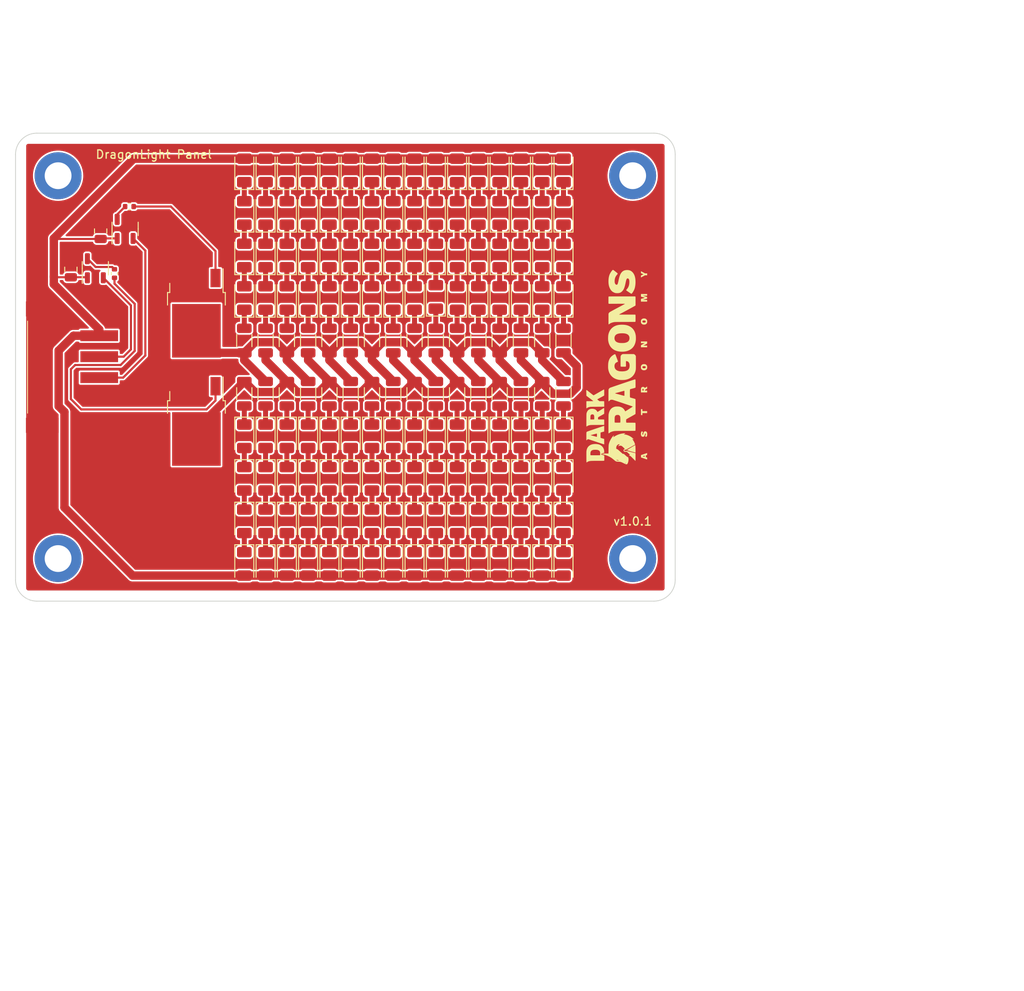
<source format=kicad_pcb>
(kicad_pcb (version 20211014) (generator pcbnew)
  (layers (0 "F.Cu" signal) (31 "B.Cu" signal) (34 "B.Paste" user) (35 "F.Paste" user) (36 "B.SilkS" user "B.Silkscreen") (37 "F.SilkS" user "F.Silkscreen") (38 "B.Mask" user) (39 "F.Mask" user) (44 "Edge.Cuts" user))
  (net 0 "")
  (net 1 "+12V")
  (net 2 "GND")
  (net 3 "Net-(D1-Pad1)")
  (net 4 "Net-(D2-Pad1)")
  (net 5 "Net-(D3-Pad1)")
  (net 6 "Net-(D4-Pad1)")
  (net 7 "Net-(D5-Pad1)")
  (net 8 "Net-(D6-Pad1)")
  (net 9 "Net-(D7-Pad1)")
  (net 10 "Net-(D8-Pad1)")
  (net 11 "Net-(D10-Pad2)")
  (net 12 "Net-(D10-Pad1)")
  (net 13 "Net-(D11-Pad1)")
  (net 14 "Net-(D12-Pad1)")
  (net 15 "Net-(D13-Pad1)")
  (net 16 "Net-(D14-Pad1)")
  (net 17 "Net-(D15-Pad1)")
  (net 18 "Net-(D16-Pad1)")
  (net 19 "Net-(D17-Pad1)")
  (net 20 "Net-(D18-Pad1)")
  (net 21 "Net-(D19-Pad1)")
  (net 22 "Net-(D20-Pad1)")
  (net 23 "Net-(D21-Pad1)")
  (net 24 "Net-(D22-Pad1)")
  (net 25 "Net-(D23-Pad1)")
  (net 26 "Net-(D24-Pad1)")
  (net 27 "Net-(D25-Pad1)")
  (net 28 "Net-(D26-Pad1)")
  (net 29 "Net-(D27-Pad1)")
  (net 30 "Net-(D28-Pad1)")
  (net 31 "Net-(D29-Pad1)")
  (net 32 "Net-(D30-Pad1)")
  (net 33 "Net-(D31-Pad1)")
  (net 34 "Net-(D32-Pad1)")
  (net 35 "Net-(D33-Pad1)")
  (net 36 "Net-(D34-Pad1)")
  (net 37 "Net-(D35-Pad1)")
  (net 38 "Net-(D36-Pad1)")
  (net 39 "Net-(D37-Pad1)")
  (net 40 "Net-(D38-Pad1)")
  (net 41 "Net-(D39-Pad1)")
  (net 42 "Net-(D40-Pad1)")
  (net 43 "Net-(D41-Pad1)")
  (net 44 "Net-(D42-Pad1)")
  (net 45 "Net-(D43-Pad1)")
  (net 46 "Net-(D44-Pad1)")
  (net 47 "Net-(D45-Pad1)")
  (net 48 "Net-(D46-Pad1)")
  (net 49 "Net-(D47-Pad1)")
  (net 50 "Net-(D48-Pad1)")
  (net 51 "Net-(D49-Pad1)")
  (net 52 "Net-(D50-Pad1)")
  (net 53 "Net-(D51-Pad1)")
  (net 54 "Net-(D52-Pad1)")
  (net 55 "Net-(D53-Pad1)")
  (net 56 "Net-(D54-Pad1)")
  (net 57 "Net-(D55-Pad1)")
  (net 58 "Net-(D56-Pad1)")
  (net 59 "Net-(D57-Pad1)")
  (net 60 "Net-(D58-Pad1)")
  (net 61 "Net-(D59-Pad1)")
  (net 62 "Net-(D60-Pad1)")
  (net 63 "Net-(D61-Pad1)")
  (net 64 "Net-(D62-Pad1)")
  (net 65 "Net-(D63-Pad1)")
  (net 66 "Net-(D64-Pad1)")
  (net 67 "BANK_1")
  (net 68 "BANK_2")
  (net 69 "Net-(Q1-Pad1)")
  (net 70 "BANK_1_GND")
  (net 71 "Net-(Q2-Pad1)")
  (net 72 "BANK_2_GND")
  (net 73 "Net-(R17-Pad1)")
  (net 74 "Net-(R18-Pad1)")
  (net 75 "Net-(D65-Pad1)")
  (net 76 "Net-(D66-Pad1)")
  (net 77 "Net-(D67-Pad1)")
  (net 78 "Net-(D68-Pad1)")
  (net 79 "Net-(D69-Pad1)")
  (net 80 "Net-(D70-Pad1)")
  (net 81 "Net-(D71-Pad1)")
  (net 82 "Net-(D72-Pad1)")
  (net 83 "Net-(D73-Pad1)")
  (net 84 "Net-(D74-Pad1)")
  (net 85 "Net-(D75-Pad1)")
  (net 86 "Net-(D76-Pad1)")
  (net 87 "Net-(D77-Pad1)")
  (net 88 "Net-(D78-Pad1)")
  (net 89 "Net-(D79-Pad1)")
  (net 90 "Net-(D80-Pad1)")
  (net 91 "Net-(D81-Pad1)")
  (net 92 "Net-(D82-Pad1)")
  (net 93 "Net-(D83-Pad1)")
  (net 94 "Net-(D84-Pad1)")
  (net 95 "Net-(D85-Pad1)")
  (net 96 "Net-(D86-Pad1)")
  (net 97 "Net-(D87-Pad1)")
  (net 98 "Net-(D88-Pad1)")
  (net 99 "Net-(D89-Pad1)")
  (net 100 "Net-(D90-Pad1)")
  (net 101 "Net-(D91-Pad1)")
  (net 102 "Net-(D92-Pad1)")
  (net 103 "Net-(D93-Pad1)")
  (net 104 "Net-(D94-Pad1)")
  (net 105 "Net-(D95-Pad1)")
  (net 106 "Net-(D96-Pad1)")
  (net 107 "Net-(D97-Pad1)")
  (net 108 "Net-(D98-Pad1)")
  (net 109 "Net-(D100-Pad2)")
  (net 110 "Net-(D100-Pad1)")
  (net 111 "Net-(D101-Pad1)")
  (net 112 "Net-(D102-Pad1)")
  (net 113 "Net-(D103-Pad1)")
  (net 114 "Net-(D104-Pad1)")
  (net 115 "Net-(D105-Pad1)")
  (net 116 "Net-(D106-Pad1)")
  (net 117 "Net-(D107-Pad1)")
  (net 118 "Net-(D108-Pad1)")
  (net 119 "Net-(D109-Pad1)")
  (net 120 "Net-(D110-Pad1)")
  (net 121 "Net-(D111-Pad1)")
  (net 122 "Net-(D112-Pad1)")
  (net 123 "Net-(D113-Pad1)")
  (net 124 "Net-(D114-Pad1)")
  (net 125 "Net-(D115-Pad1)")
  (net 126 "Net-(D116-Pad1)")
  (net 127 "Net-(D117-Pad1)")
  (net 128 "Net-(D118-Pad1)")
  (net 129 "Net-(D119-Pad1)")
  (net 130 "Net-(D120-Pad1)")
  (net 131 "Net-(D121-Pad1)")
  (net 132 "Net-(D122-Pad1)")
  (net 133 "Net-(D123-Pad1)")
  (net 134 "Net-(D124-Pad1)")
  (net 135 "Net-(D125-Pad1)")
  (net 136 "Net-(D126-Pad1)")
  (net 137 "Net-(D127-Pad1)")
  (net 138 "Net-(D128-Pad1)")
  (footprint "LED_SMD:LED_1206_3216Metric" (layer "F.Cu") (at 85.725 89.535 -90)
    (fp_text reference "D1" hide)
    (fp_text value "158301227")
  )
  (footprint "Resistor_SMD:R_1206_3216Metric" (layer "F.Cu") (at 106.045 62.865 -90)
    (fp_text reference "R33" hide)
    (fp_text value "100Ω")
  )
  (footprint "Resistor_SMD:R_1206_3216Metric" (layer "F.Cu") (at 90.805 69.215 90)
    (fp_text reference "R10" hide)
    (fp_text value "100Ω")
  )
  (footprint "LED_SMD:LED_1206_3216Metric" (layer "F.Cu") (at 78.105 52.705 90)
    (fp_text reference "D23" hide)
    (fp_text value "158301227")
  )
  (footprint "LED_SMD:LED_1206_3216Metric" (layer "F.Cu") (at 98.425 42.545 90)
    (fp_text reference "D85" hide)
    (fp_text value "158301227")
  )
  (footprint "Resistor_SMD:R_1206_3216Metric" (layer "F.Cu") (at 116.205 62.865 -90)
    (fp_text reference "R25" hide)
    (fp_text value "100Ω")
  )
  (footprint "Resistor_SMD:R_1206_3216Metric" (layer "F.Cu") (at 85.725 62.865 -90)
    (fp_text reference "R4" hide)
    (fp_text value "100Ω")
  )
  (footprint "LED_SMD:LED_1206_3216Metric" (layer "F.Cu") (at 85.725 57.785 90)
    (fp_text reference "D16" hide)
    (fp_text value "158301227")
  )
  (footprint "Resistor_SMD:R_1206_3216Metric" (layer "F.Cu") (at 80.645 69.215 90)
    (fp_text reference "R14" hide)
    (fp_text value "100Ω")
  )
  (footprint "Resistor_SMD:R_1206_3216Metric" (layer "F.Cu") (at 103.505 62.865 -90)
    (fp_text reference "R28" hide)
    (fp_text value "100Ω")
  )
  (footprint "LED_SMD:LED_1206_3216Metric" (layer "F.Cu") (at 106.045 57.785 90)
    (fp_text reference "D124" hide)
    (fp_text value "158301227")
  )
  (footprint "LED_SMD:LED_1206_3216Metric" (layer "F.Cu") (at 116.205 52.705 90)
    (fp_text reference "D91" hide)
    (fp_text value "158301227")
  )
  (footprint "LED_SMD:LED_1206_3216Metric" (layer "F.Cu") (at 111.125 79.375 -90)
    (fp_text reference "D71" hide)
    (fp_text value "158301227")
  )
  (footprint "LED_SMD:LED_1206_3216Metric" (layer "F.Cu") (at 98.425 84.455 -90)
    (fp_text reference "D78" hide)
    (fp_text value "158301227")
  )
  (footprint "LED_SMD:LED_1206_3216Metric" (layer "F.Cu") (at 95.885 52.705 90)
    (fp_text reference "D11" hide)
    (fp_text value "158301227")
  )
  (footprint "LED_SMD:LED_1206_3216Metric" (layer "F.Cu") (at 93.345 79.375 -90)
    (fp_text reference "D47" hide)
    (fp_text value "158301227")
  )
  (footprint "LED_SMD:LED_1206_3216Metric" (layer "F.Cu") (at 98.425 52.705 90)
    (fp_text reference "D87" hide)
    (fp_text value "158301227")
  )
  (footprint "LED_SMD:LED_1206_3216Metric" (layer "F.Cu") (at 108.585 47.625 90)
    (fp_text reference "D114" hide)
    (fp_text value "158301227")
  )
  (footprint "LED_SMD:LED_1206_3216Metric" (layer "F.Cu") (at 88.265 89.535 -90)
    (fp_text reference "D57" hide)
    (fp_text value "158301227")
  )
  (footprint "LED_SMD:LED_1206_3216Metric" (layer "F.Cu") (at 103.505 47.625 90)
    (fp_text reference "D102" hide)
    (fp_text value "158301227")
  )
  (footprint "LED_SMD:LED_1206_3216Metric" (layer "F.Cu") (at 83.185 74.295 -90)
    (fp_text reference "D44" hide)
    (fp_text value "158301227")
  )
  (footprint "Package_TO_SOT_SMD:SOT-23-5" (layer "F.Cu") (at 60.325 54.229 90)
    (fp_text reference "U2" hide)
    (fp_text value "UCC27517")
  )
  (footprint "Resistor_SMD:R_1206_3216Metric" (layer "F.Cu") (at 108.585 62.865 -90)
    (fp_text reference "R31" hide)
    (fp_text value "100Ω")
  )
  (footprint "LED_SMD:LED_1206_3216Metric" (layer "F.Cu") (at 95.885 74.295 -90)
    (fp_text reference "D52" hide)
    (fp_text value "158301227")
  )
  (footprint "Resistor_SMD:R_1206_3216Metric" (layer "F.Cu") (at 88.265 69.215 90)
    (fp_text reference "R15" hide)
    (fp_text value "100Ω")
  )
  (footprint "LED_SMD:LED_1206_3216Metric" (layer "F.Cu") (at 95.885 89.535 -90)
    (fp_text reference "D49" hide)
    (fp_text value "158301227")
  )
  (footprint "LED_SMD:LED_1206_3216Metric" (layer "F.Cu") (at 85.725 52.705 90)
    (fp_text reference "D15" hide)
    (fp_text value "158301227")
  )
  (footprint "LED_SMD:LED_1206_3216Metric" (layer "F.Cu") (at 116.205 74.295 -90)
    (fp_text reference "D68" hide)
    (fp_text value "158301227")
  )
  (footprint "LED_SMD:LED_1206_3216Metric" (layer "F.Cu") (at 83.185 42.545 90)
    (fp_text reference "D17" hide)
    (fp_text value "158301227")
  )
  (footprint "Package_TO_SOT_SMD:TO-252-2" (layer "F.Cu") (at 72.389 59.598 -90)
    (fp_text reference "Q1" hide)
    (fp_text value "AOD508")
  )
  (footprint "LED_SMD:LED_1206_3216Metric" (layer "F.Cu") (at 93.345 47.625 90)
    (fp_text reference "D34" hide)
    (fp_text value "158301227")
  )
  (footprint "Resistor_SMD:R_0402_1005Metric" (layer "F.Cu") (at 62.611 54.864 -90)
    (fp_text reference "R18" hide)
    (fp_text value "100Ω")
  )
  (footprint "Resistor_SMD:R_1206_3216Metric" (layer "F.Cu") (at 83.185 69.215 90)
    (fp_text reference "R11" hide)
    (fp_text value "100Ω")
  )
  (footprint "Resistor_SMD:R_1206_3216Metric" (layer "F.Cu") (at 83.185 62.865 -90)
    (fp_text reference "R5" hide)
    (fp_text value "100Ω")
  )
  (footprint "LED_SMD:LED_1206_3216Metric" (layer "F.Cu") (at 111.125 52.705 90)
    (fp_text reference "D95" hide)
    (fp_text value "158301227")
  )
  (footprint "LED_SMD:LED_1206_3216Metric" (layer "F.Cu") (at 83.185 52.705 90)
    (fp_text reference "D19" hide)
    (fp_text value "158301227")
  )
  (footprint "LED_SMD:LED_1206_3216Metric" (layer "F.Cu") (at 106.045 47.625 90)
    (fp_text reference "D122" hide)
    (fp_text value "158301227")
  )
  (footprint "LED_SMD:LED_1206_3216Metric" (layer "F.Cu") (at 78.105 84.455 -90)
    (fp_text reference "D26" hide)
    (fp_text value "158301227")
  )
  (footprint "LED_SMD:LED_1206_3216Metric" (layer "F.Cu") (at 106.045 74.295 -90)
    (fp_text reference "D100" hide)
    (fp_text value "158301227")
  )
  (footprint "LED_SMD:LED_1206_3216Metric" (layer "F.Cu") (at 113.665 42.545 90)
    (fp_text reference "D117" hide)
    (fp_text value "158301227")
  )
  (footprint "LED_SMD:LED_1206_3216Metric" (layer "F.Cu") (at 88.265 47.625 90)
    (fp_text reference "D6" hide)
    (fp_text value "158301227")
  )
  (footprint "Capacitor_SMD:C_0805_2012Metric" (layer "F.Cu") (at 57.404 54.356 90)
    (fp_text reference "C2" hide)
    (fp_text value "22uF")
  )
  (footprint "LED_SMD:LED_1206_3216Metric" (layer "F.Cu") (at 83.185 89.535 -90)
    (fp_text reference "D41" hide)
    (fp_text value "158301227")
  )
  (footprint "LED_SMD:LED_1206_3216Metric" (layer "F.Cu") (at 78.105 47.625 90)
    (fp_text reference "D22" hide)
    (fp_text value "158301227")
  )
  (footprint "LED_SMD:LED_1206_3216Metric" (layer "F.Cu") (at 93.345 89.535 -90)
    (fp_text reference "D45" hide)
    (fp_text value "158301227")
  )
  (footprint "LED_SMD:LED_1206_3216Metric" (layer "F.Cu") (at 80.645 52.705 90)
    (fp_text reference "D63" hide)
    (fp_text value "158301227")
  )
  (footprint "LED_SMD:LED_1206_3216Metric" (layer "F.Cu") (at 111.125 89.535 -90)
    (fp_text reference "D69" hide)
    (fp_text value "158301227")
  )
  (footprint "LED_SMD:LED_1206_3216Metric" (layer "F.Cu") (at 85.725 79.375 -90)
    (fp_text reference "D3" hide)
    (fp_text value "158301227")
  )
  (footprint "LED_SMD:LED_1206_3216Metric" (layer "F.Cu") (at 116.205 84.455 -90)
    (fp_text reference "D66" hide)
    (fp_text value "158301227")
  )
  (footprint "Resistor_SMD:R_1206_3216Metric" (layer "F.Cu") (at 95.885 62.865 -90)
    (fp_text reference "R3" hide)
    (fp_text value "100Ω")
  )
  (footprint "LED_SMD:LED_1206_3216Metric" (layer "F.Cu") (at 78.105 42.545 90)
    (fp_text reference "D21" hide)
    (fp_text value "158301227")
  )
  (footprint "LED_SMD:LED_1206_3216Metric" (layer "F.Cu") (at 113.665 74.295 -90)
    (fp_text reference "D76" hide)
    (fp_text value "158301227")
  )
  (footprint "Resistor_SMD:R_1206_3216Metric" (layer "F.Cu") (at 111.125 62.865 -90)
    (fp_text reference "R26" hide)
    (fp_text value "100Ω")
  )
  (footprint "LED_SMD:LED_1206_3216Metric" (layer "F.Cu") (at 80.645 57.785 90)
    (fp_text reference "D64" hide)
    (fp_text value "158301227")
  )
  (footprint "Resistor_SMD:R_1206_3216Metric" (layer "F.Cu") (at 108.585 69.215 90)
    (fp_text reference "R29" hide)
    (fp_text value "100Ω")
  )
  (footprint "LED_SMD:LED_1206_3216Metric" (layer "F.Cu") (at 90.805 57.785 90)
    (fp_text reference "D32" hide)
    (fp_text value "158301227")
  )
  (footprint "LED_SMD:LED_1206_3216Metric" (layer "F.Cu") (at 80.645 74.295 -90)
    (fp_text reference "D56" hide)
    (fp_text value "158301227")
  )
  (footprint "LED_SMD:LED_1206_3216Metric" (layer "F.Cu") (at 100.965 57.655 90)
    (fp_text reference "D128" hide)
    (fp_text value "158301227")
  )
  (footprint "LED_SMD:LED_1206_3216Metric" (layer "F.Cu") (at 95.885 84.455 -90)
    (fp_text reference "D50" hide)
    (fp_text value "158301227")
  )
  (footprint "LED_SMD:LED_1206_3216Metric" (layer "F.Cu") (at 116.205 79.375 -90)
    (fp_text reference "D67" hide)
    (fp_text value "158301227")
  )
  (footprint "LED_SMD:LED_1206_3216Metric" (layer "F.Cu") (at 80.645 42.545 90)
    (fp_text reference "D61" hide)
    (fp_text value "158301227")
  )
  (footprint "Resistor_SMD:R_1206_3216Metric" (layer "F.Cu") (at 80.645 62.865 -90)
    (fp_text reference "R16" hide)
    (fp_text value "100Ω")
  )
  (footprint "LED_SMD:LED_1206_3216Metric" (layer "F.Cu") (at 78.105 74.295 -90)
    (fp_text reference "D28" hide)
    (fp_text value "158301227")
  )
  (footprint "LED_SMD:LED_1206_3216Metric" (layer "F.Cu") (at 93.345 52.705 90)
    (fp_text reference "D35" hide)
    (fp_text value "158301227")
  )
  (footprint "LED_SMD:LED_1206_3216Metric" (layer "F.Cu") (at 85.725 84.455 -90)
    (fp_text reference "D2" hide)
    (fp_text value "158301227")
  )
  (footprint "LED_SMD:LED_1206_3216Metric" (layer "F.Cu") (at 103.505 74.295 -90)
    (fp_text reference "D112" hide)
    (fp_text value "158301227")
  )
  (footprint "Resistor_SMD:R_0402_1005Metric" (layer "F.Cu") (at 64.389 46.863)
    (fp_text reference "R17" hide)
    (fp_text value "100Ω")
  )
  (footprint "LED_SMD:LED_1206_3216Metric" (layer "F.Cu") (at 95.885 42.545 90)
    (fp_text reference "D9" hide)
    (fp_text value "158301227")
  )
  (footprint "LED_SMD:LED_1206_3216Metric" (layer "F.Cu") (at 116.205 42.545 90)
    (fp_text reference "D89" hide)
    (fp_text value "158301227")
  )
  (footprint "LED_SMD:LED_1206_3216Metric" (layer "F.Cu") (at 108.585 52.705 90)
    (fp_text reference "D115" hide)
    (fp_text value "158301227")
  )
  (footprint "Package_TO_SOT_SMD:TO-252-2" (layer "F.Cu") (at 72.39 72.517 -90)
    (fp_text reference "Q2" hide)
    (fp_text value "AOD508")
  )
  (footprint "LED_SMD:LED_1206_3216Metric" (layer "F.Cu") (at 93.345 42.545 90)
    (fp_text reference "D33" hide)
    (fp_text value "158301227")
  )
  (footprint "LED_SMD:LED_1206_3216Metric" (layer "F.Cu") (at 85.725 47.625 90)
    (fp_text reference "D14" hide)
    (fp_text value "158301227")
  )
  (footprint "Resistor_SMD:R_1206_3216Metric" (layer "F.Cu") (at 90.805 62.865 -90)
    (fp_text reference "R8" hide)
    (fp_text value "100Ω")
  )
  (footprint "LED_SMD:LED_1206_3216Metric" (layer "F.Cu") (at 116.205 47.625 90)
    (fp_text reference "D90" hide)
    (fp_text value "158301227")
  )
  (footprint "Resistor_SMD:R_1206_3216Metric" (layer "F.Cu") (at 116.205 69.215 90)
    (fp_text reference "R19" hide)
    (fp_text value "100Ω")
  )
  (footprint "LED_SMD:LED_1206_3216Metric" (layer "F.Cu") (at 93.345 84.455 -90)
    (fp_text reference "D46" hide)
    (fp_text value "158301227")
  )
  (footprint "Resistor_SMD:R_1206_3216Metric" (layer "F.Cu") (at 78.105 69.215 90)
    (fp_text reference "R7" hide)
    (fp_text value "100Ω")
  )
  (footprint "LED_SMD:LED_1206_3216Metric" (layer "F.Cu") (at 88.265 52.705 90)
    (fp_text reference "D7" hide)
    (fp_text value "158301227")
  )
  (footprint "LED_SMD:LED_1206_3216Metric" (layer "F.Cu") (at 106.045 89.535 -90)
    (fp_text reference "D97" hide)
    (fp_text value "158301227")
  )
  (footprint "LED_SMD:LED_1206_3216Metric" (layer "F.Cu") (at 100.965 79.375 -90)
    (fp_text reference "D83" hide)
    (fp_text value "158301227")
  )
  (footprint "LED_SMD:LED_1206_3216Metric" (layer "F.Cu") (at 116.205 89.535 -90)
    (fp_text reference "D65" hide)
    (fp_text value "158301227")
  )
  (footprint "LED_SMD:LED_1206_3216Metric" (layer "F.Cu") (at 98.425 89.535 -90)
    (fp_text reference "D77" hide)
    (fp_text value "158301227")
  )
  (footprint "01-rickbassham:MountingHole_3.2mm_M3_DIN965_Pad" (layer "F.Cu") (at 55.88 43.18)
    (fp_text reference "H3")
    (fp_text value "MountingHole_Pad")
  )
  (footprint "LED_SMD:LED_1206_3216Metric" (layer "F.Cu") (at 98.425 47.625 90)
    (fp_text reference "D86" hide)
    (fp_text value "158301227")
  )
  (footprint "LED_SMD:LED_1206_3216Metric" (layer "F.Cu") (at 98.425 79.375 -90)
    (fp_text reference "D79" hide)
    (fp_text value "158301227")
  )
  (footprint "LED_SMD:LED_1206_3216Metric" (layer "F.Cu") (at 90.805 42.545 90)
    (fp_text reference "D29" hide)
    (fp_text value "158301227")
  )
  (footprint "LED_SMD:LED_1206_3216Metric" (layer "F.Cu") (at 103.505 52.705 90)
    (fp_text reference "D103" hide)
    (fp_text value "158301227")
  )
  (footprint "LED_SMD:LED_1206_3216Metric" (layer "F.Cu") (at 100.965 74.295 -90)
    (fp_text reference "D84" hide)
    (fp_text value "158301227")
  )
  (footprint "LED_SMD:LED_1206_3216Metric" (layer "F.Cu") (at 106.045 84.455 -90)
    (fp_text reference "D98" hide)
    (fp_text value "158301227")
  )
  (footprint "LED_SMD:LED_1206_3216Metric" (layer "F.Cu") (at 93.345 57.785 90)
    (fp_text reference "D36" hide)
    (fp_text value "158301227")
  )
  (footprint "Resistor_SMD:R_1206_3216Metric" (layer "F.Cu") (at 103.505 69.215 90)
    (fp_text reference "R30" hide)
    (fp_text value "100Ω")
  )
  (footprint "LED_SMD:LED_1206_3216Metric" (layer "F.Cu") (at 83.185 84.455 -90)
    (fp_text reference "D42" hide)
    (fp_text value "158301227")
  )
  (footprint "LED_SMD:LED_1206_3216Metric" (layer "F.Cu") (at 108.585 57.785 90)
    (fp_text reference "D116" hide)
    (fp_text value "158301227")
  )
  (footprint "LED_SMD:LED_1206_3216Metric" (layer "F.Cu") (at 83.185 79.375 -90)
    (fp_text reference "D43" hide)
    (fp_text value "158301227")
  )
  (footprint "LED_SMD:LED_1206_3216Metric" (layer "F.Cu") (at 108.585 74.295 -90)
    (fp_text reference "D108" hide)
    (fp_text value "158301227")
  )
  (footprint "LED_SMD:LED_1206_3216Metric" (layer "F.Cu") (at 98.425 74.295 -90)
    (fp_text reference "D80" hide)
    (fp_text value "158301227")
  )
  (footprint "LED_SMD:LED_1206_3216Metric" (layer "F.Cu") (at 78.105 57.785 90)
    (fp_text reference "D24" hide)
    (fp_text value "158301227")
  )
  (footprint "LED_SMD:LED_1206_3216Metric" (layer "F.Cu") (at 113.665 57.785 90)
    (fp_text reference "D120" hide)
    (fp_text value "158301227")
  )
  (footprint "LED_SMD:LED_1206_3216Metric" (layer "F.Cu") (at 111.125 42.545 90)
    (fp_text reference "D93" hide)
    (fp_text value "158301227")
  )
  (footprint "LED_SMD:LED_1206_3216Metric" (layer "F.Cu") (at 113.665 89.535 -90)
    (fp_text reference "D73" hide)
    (fp_text value "158301227")
  )
  (footprint "LED_SMD:LED_1206_3216Metric" (layer "F.Cu") (at 100.965 89.535 -90)
    (fp_text reference "D81" hide)
    (fp_text value "158301227")
  )
  (footprint "LED_SMD:LED_1206_3216Metric" (layer "F.Cu") (at 100.965 52.705 90)
    (fp_text reference "D127" hide)
    (fp_text value "158301227")
  )
  (footprint "LED_SMD:LED_1206_3216Metric" (layer "F.Cu") (at 106.045 42.545 90)
    (fp_text reference "D121" hide)
    (fp_text value "158301227")
  )
  (footprint "01-rickbassham:MountingHole_3.2mm_M3_DIN965_Pad" (layer "F.Cu") (at 55.88 88.9)
    (fp_text reference "H2")
    (fp_text value "MountingHole_Pad")
  )
  (footprint "LED_SMD:LED_1206_3216Metric" (layer "F.Cu") (at 80.645 79.375 -90)
    (fp_text reference "D55" hide)
    (fp_text value "158301227")
  )
  (footprint "LED_SMD:LED_1206_3216Metric" (layer "F.Cu") (at 111.125 74.295 -90)
    (fp_text reference "D72" hide)
    (fp_text value "158301227")
  )
  (footprint "LED_SMD:LED_1206_3216Metric" (layer "F.Cu") (at 100.965 47.625 90)
    (fp_text reference "D126" hide)
    (fp_text value "158301227")
  )
  (footprint "LED_SMD:LED_1206_3216Metric" (layer "F.Cu") (at 111.125 47.625 90)
    (fp_text reference "D94" hide)
    (fp_text value "158301227")
  )
  (footprint "LED_SMD:LED_1206_3216Metric" (layer "F.Cu") (at 103.505 89.535 -90)
    (fp_text reference "D109" hide)
    (fp_text value "158301227")
  )
  (footprint "Package_TO_SOT_SMD:SOT-23-5" (layer "F.Cu") (at 63.881 49.53 90)
    (fp_text reference "U1" hide)
    (fp_text value "UCC27517")
  )
  (footprint "LED_SMD:LED_1206_3216Metric" (layer "F.Cu") (at 90.805 89.535 -90)
    (fp_text reference "D37" hide)
    (fp_text value "158301227")
  )
  (footprint "Resistor_SMD:R_1206_3216Metric" (layer "F.Cu") (at 113.665 69.215 90)
    (fp_text reference "R21" hide)
    (fp_text value "100Ω")
  )
  (footprint "LED_SMD:LED_1206_3216Metric" (layer "F.Cu") (at 113.665 47.625 90)
    (fp_text reference "D118" hide)
    (fp_text value "158301227")
  )
  (footprint "LED_SMD:LED_1206_3216Metric" (layer "F.Cu") (at 88.265 84.455 -90)
    (fp_text reference "D58" hide)
    (fp_text value "158301227")
  )
  (footprint "LED_SMD:LED_1206_3216Metric" (layer "F.Cu") (at 95.885 57.785 90)
    (fp_text reference "D12" hide)
    (fp_text value "158301227")
  )
  (footprint "Resistor_SMD:R_1206_3216Metric" (layer "F.Cu") (at 100.965 62.865 -90)
    (fp_text reference "R34" hide)
    (fp_text value "100Ω")
  )
  (footprint "LED_SMD:LED_1206_3216Metric" (layer "F.Cu") (at 100.965 42.545 90)
    (fp_text reference "D125" hide)
    (fp_text value "158301227")
  )
  (footprint "LED_SMD:LED_1206_3216Metric" (layer "F.Cu") (at 90.805 47.625 90)
    (fp_text reference "D30" hide)
    (fp_text value "158301227")
  )
  (footprint "01-rickbassham:MountingHole_3.2mm_M3_DIN965_Pad" (layer "F.Cu") (at 124.46 43.18)
    (fp_text reference "H1")
    (fp_text value "MountingHole_Pad")
  )
  (footprint "01-rickbassham:text_logo" (layer "F.Cu") (at 122.555 66.04 90)
    (fp_text reference "G***" hide)
    (fp_text value "LOGO" hide)
  )
  (footprint "LED_SMD:LED_1206_3216Metric" (layer "F.Cu") (at 78.105 89.535 -90)
    (fp_text reference "D25" hide)
    (fp_text value "158301227")
  )
  (footprint "Resistor_SMD:R_1206_3216Metric" (layer "F.Cu") (at 111.125 69.215 90)
    (fp_text reference "R20" hide)
    (fp_text value "100Ω")
  )
  (footprint "LED_SMD:LED_1206_3216Metric" (layer "F.Cu") (at 80.645 89.535 -90)
    (fp_text reference "D53" hide)
    (fp_text value "158301227")
  )
  (footprint "LED_SMD:LED_1206_3216Metric" (layer "F.Cu") (at 83.185 47.625 90)
    (fp_text reference "D18" hide)
    (fp_text value "158301227")
  )
  (footprint "LED_SMD:LED_1206_3216Metric" (layer "F.Cu") (at 88.265 74.295 -90)
    (fp_text reference "D60" hide)
    (fp_text value "158301227")
  )
  (footprint "LED_SMD:LED_1206_3216Metric" (layer "F.Cu") (at 113.665 79.375 -90)
    (fp_text reference "D75" hide)
    (fp_text value "158301227")
  )
  (footprint "LED_SMD:LED_1206_3216Metric" (layer "F.Cu") (at 78.105 79.375 -90)
    (fp_text reference "D27" hide)
    (fp_text value "158301227")
  )
  (footprint "LED_SMD:LED_1206_3216Metric" (layer "F.Cu") (at 88.265 57.785 90)
    (fp_text reference "D8" hide)
    (fp_text value "158301227")
  )
  (footprint "LED_SMD:LED_1206_3216Metric" (layer "F.Cu") (at 111.125 84.455 -90)
    (fp_text reference "D70" hide)
    (fp_text value "158301227")
  )
  (footprint "LED_SMD:LED_1206_3216Metric" (layer "F.Cu") (at 108.585 42.545 90)
    (fp_text reference "D113" hide)
    (fp_text value "158301227")
  )
  (footprint "LED_SMD:LED_1206_3216Metric" (layer "F.Cu") (at 98.425 57.785 90)
    (fp_text reference "D88" hide)
    (fp_text value "158301227")
  )
  (footprint "LED_SMD:LED_1206_3216Metric" (layer "F.Cu") (at 85.725 74.295 -90)
    (fp_text reference "D4" hide)
    (fp_text value "158301227")
  )
  (footprint "Resistor_SMD:R_1206_3216Metric" (layer "F.Cu") (at 95.885 69.215 90)
    (fp_text reference "R13" hide)
    (fp_text value "100Ω")
  )
  (footprint "LED_SMD:LED_1206_3216Metric" (layer "F.Cu") (at 83.185 57.785 90)
    (fp_text reference "D20" hide)
    (fp_text value "158301227")
  )
  (footprint "01-rickbassham:S4BXHSM4TBLFSN" (layer "F.Cu") (at 56.515 66.04 -90)
    (fp_text reference "J1" hide)
    (fp_text value "S4B-XH-SM4-TB_LF__SN_" hide)
  )
  (footprint "Capacitor_SMD:C_0805_2012Metric" (layer "F.Cu") (at 60.96 49.784 90)
    (fp_text reference "C1" hide)
    (fp_text value "22uF")
  )
  (footprint "LED_SMD:LED_1206_3216Metric" (layer "F.Cu") (at 116.205 57.785 90)
    (fp_text reference "D92" hide)
    (fp_text value "158301227")
  )
  (footprint "LED_SMD:LED_1206_3216Metric" (layer "F.Cu") (at 88.265 42.545 90)
    (fp_text reference "D5" hide)
    (fp_text value "158301227")
  )
  (footprint "LED_SMD:LED_1206_3216Metric" (layer "F.Cu") (at 88.265 79.375 -90)
    (fp_text reference "D59" hide)
    (fp_text value "158301227")
  )
  (footprint "Resistor_SMD:R_1206_3216Metric" (layer "F.Cu") (at 100.965 69.215 90)
    (fp_text reference "R23" hide)
    (fp_text value "100Ω")
  )
  (footprint "LED_SMD:LED_1206_3216Metric" (layer "F.Cu") (at 90.805 84.455 -90)
    (fp_text reference "D38" hide)
    (fp_text value "158301227")
  )
  (footprint "LED_SMD:LED_1206_3216Metric" (layer "F.Cu") (at 90.805 79.375 -90)
    (fp_text reference "D39" hide)
    (fp_text value "158301227")
  )
  (footprint "LED_SMD:LED_1206_3216Metric" (layer "F.Cu") (at 111.125 57.785 90)
    (fp_text reference "D96" hide)
    (fp_text value "158301227")
  )
  (footprint "Resistor_SMD:R_1206_3216Metric" (layer "F.Cu") (at 88.265 62.865 -90)
    (fp_text reference "R2" hide)
    (fp_text value "100Ω")
  )
  (footprint "LED_SMD:LED_1206_3216Metric" (layer "F.Cu") (at 108.585 84.455 -90)
    (fp_text reference "D106" hide)
    (fp_text value "158301227")
  )
  (footprint "Resistor_SMD:R_1206_3216Metric" (layer "F.Cu") (at 85.725 69.215 90)
    (fp_text reference "R1" hide)
    (fp_text value "100Ω")
  )
  (footprint "LED_SMD:LED_1206_3216Metric" (layer "F.Cu") (at 113.665 52.705 90)
    (fp_text reference "D119" hide)
    (fp_text value "158301227")
  )
  (footprint "LED_SMD:LED_1206_3216Metric" (layer "F.Cu") (at 95.885 47.625 90)
    (fp_text reference "D10" hide)
    (fp_text value "158301227")
  )
  (footprint "LED_SMD:LED_1206_3216Metric" (layer "F.Cu") (at 103.505 57.785 90)
    (fp_text reference "D104" hide)
    (fp_text value "158301227")
  )
  (footprint "Resistor_SMD:R_1206_3216Metric" (layer "F.Cu") (at 113.665 62.865 -90)
    (fp_text reference "R32" hide)
    (fp_text value "100Ω")
  )
  (footprint "01-rickbassham:MountingHole_3.2mm_M3_DIN965_Pad" (layer "F.Cu") (at 124.46 88.9)
    (fp_text reference "H4")
    (fp_text value "MountingHole_Pad")
  )
  (footprint "LED_SMD:LED_1206_3216Metric" (layer "F.Cu") (at 108.585 79.375 -90)
    (fp_text reference "D107" hide)
    (fp_text value "158301227")
  )
  (footprint "LED_SMD:LED_1206_3216Metric" (layer "F.Cu") (at 103.505 84.455 -90)
    (fp_text reference "D110" hide)
    (fp_text value "158301227")
  )
  (footprint "Resistor_SMD:R_1206_3216Metric" (layer "F.Cu") (at 78.105 62.865 -90)
    (fp_text reference "R6" hide)
    (fp_text value "100Ω")
  )
  (footprint "Resistor_SMD:R_1206_3216Metric" (layer "F.Cu") (at 98.425 62.865 -90)
    (fp_text reference "R24" hide)
    (fp_text value "100Ω")
  )
  (footprint "LED_SMD:LED_1206_3216Metric" (layer "F.Cu") (at 103.505 42.545 90)
    (fp_text reference "D101" hide)
    (fp_text value "158301227")
  )
  (footprint "LED_SMD:LED_1206_3216Metric" (layer "F.Cu") (at 90.805 74.295 -90)
    (fp_text reference "D40" hide)
    (fp_text value "158301227")
  )
  (footprint "LED_SMD:LED_1206_3216Metric" (layer "F.Cu") (at 80.645 47.625 90)
    (fp_text reference "D62" hide)
    (fp_text value "158301227")
  )
  (footprint "LED_SMD:LED_1206_3216Metric" (layer "F.Cu") (at 95.885 79.375 -90)
    (fp_text reference "D51" hide)
    (fp_text value "158301227")
  )
  (footprint "LED_SMD:LED_1206_3216Metric" (layer "F.Cu") (at 108.585 89.535 -90)
    (fp_text reference "D105" hide)
    (fp_text value "158301227")
  )
  (footprint "LED_SMD:LED_1206_3216Metric" (layer "F.Cu") (at 80.645 84.455 -90)
    (fp_text reference "D54" hide)
    (fp_text value "158301227")
  )
  (footprint "Resistor_SMD:R_1206_3216Metric" (layer "F.Cu") (at 98.425 69.215 90)
    (fp_text reference "R22" hide)
    (fp_text value "100Ω")
  )
  (footprint "LED_SMD:LED_1206_3216Metric" (layer "F.Cu") (at 85.725 42.545 90)
    (fp_text reference "D13" hide)
    (fp_text value "158301227")
  )
  (footprint "LED_SMD:LED_1206_3216Metric" (layer "F.Cu") (at 113.665 84.455 -90)
    (fp_text reference "D74" hide)
    (fp_text value "158301227")
  )
  (footprint "LED_SMD:LED_1206_3216Metric" (layer "F.Cu") (at 100.965 84.455 -90)
    (fp_text reference "D82" hide)
    (fp_text value "158301227")
  )
  (footprint "LED_SMD:LED_1206_3216Metric" (layer "F.Cu") (at 93.345 74.295 -90)
    (fp_text reference "D48" hide)
    (fp_text value "158301227")
  )
  (footprint "LED_SMD:LED_1206_3216Metric" (layer "F.Cu") (at 106.045 79.375 -90)
    (fp_text reference "D99" hide)
    (fp_text value "158301227")
  )
  (footprint "Resistor_SMD:R_1206_3216Metric" (layer "F.Cu") (at 93.345 62.865 -90)
    (fp_text reference "R9" hide)
    (fp_text value "100Ω")
  )
  (footprint "Resistor_SMD:R_1206_3216Metric" (layer "F.Cu") (at 106.045 69.215 90)
    (fp_text reference "R27" hide)
    (fp_text value "100Ω")
  )
  (footprint "LED_SMD:LED_1206_3216Metric" (layer "F.Cu") (at 90.805 52.705 90)
    (fp_text reference "D31" hide)
    (fp_text value "158301227")
  )
  (footprint "LED_SMD:LED_1206_3216Metric" (layer "F.Cu") (at 103.505 79.375 -90)
    (fp_text reference "D111" hide)
    (fp_text value "158301227")
  )
  (footprint "Resistor_SMD:R_1206_3216Metric" (layer "F.Cu") (at 93.345 69.215 90)
    (fp_text reference "R12" hide)
    (fp_text value "100Ω")
  )
  (footprint "LED_SMD:LED_1206_3216Metric" (layer "F.Cu") (at 106.045 52.705 90)
    (fp_text reference "D123" hide)
    (fp_text value "158301227")
  )
  (gr_arc locked (start 50.8 40.64) (mid 51.543949 38.843949) (end 53.34 38.1) (layer "Edge.Cuts") (width 0.1))
  (gr_arc locked (start 53.34 93.98) (mid 51.543949 93.236051) (end 50.8 91.44) (layer "Edge.Cuts") (width 0.1))
  (gr_line locked (start 50.8 91.44) (end 50.8 40.64) (layer "Edge.Cuts") (width 0.1))
  (gr_line locked (start 129.54 91.44) (end 129.54 40.64) (layer "Edge.Cuts") (width 0.1))
  (gr_arc locked (start 127 38.1) (mid 128.796051 38.843949) (end 129.54 40.64) (layer "Edge.Cuts") (width 0.1))
  (gr_arc locked (start 129.54 91.44) (mid 128.796051 93.236051) (end 127 93.98) (layer "Edge.Cuts") (width 0.1))
  (gr_line locked (start 53.34 93.98) (end 127 93.98) (layer "Edge.Cuts") (width 0.1))
  (gr_line locked (start 53.34 38.1) (end 127 38.1) (layer "Edge.Cuts") (width 0.1))
  (gr_text "v1.0.1" (at 124.46 84.455) (layer "F.SilkS") (effects (font (size 1 1))))
  (gr_text "DragonLight Panel" (at 67.31 40.64) (layer "F.SilkS") (effects (font (size 1 1))))
  (segment (start 64.773 90.935) (end 56.639511 82.801511) (width 1) (layer "F.Cu") (net 1))
  (segment (start 55.947 64.068) (end 57.725 62.29) (width 1) (layer "F.Cu") (net 1))
  (segment (start 78.105 90.935) (end 116.205 90.935) (width 1) (layer "F.Cu") (net 1))
  (segment (start 78.105 90.935) (end 64.773 90.935) (width 1) (layer "F.Cu") (net 1))
  (segment (start 55.947 70.697978) (end 55.947 64.068) (width 1) (layer "F.Cu") (net 1))
  (segment (start 57.404 55.306) (end 55.433 55.306) (width 0.25) (layer "F.Cu") (net 1))
  (segment (start 55.433 55.306) (end 55.372 55.245) (width 0.25) (layer "F.Cu") (net 1))
  (segment (start 56.639511 71.390489) (end 55.947 70.697978) (width 1) (layer "F.Cu") (net 1))
  (segment (start 55.372 55.245) (end 55.372 50.673) (width 1) (layer "F.Cu") (net 1))
  (segment (start 56.639511 82.801511) (end 56.639511 71.390489) (width 1) (layer "F.Cu") (net 1))
  (segment (start 64.9 41.145) (end 78.105 41.145) (width 1) (layer "F.Cu") (net 1))
  (segment (start 57.404 55.306) (end 59.3145 55.306) (width 0.25) (layer "F.Cu") (net 1))
  (segment (start 62.931 50.6675) (end 61.0265 50.6675) (width 0.25) (layer "F.Cu") (net 1))
  (segment (start 61.0265 50.6675) (end 60.96 50.734) (width 0.25) (layer "F.Cu") (net 1))
  (segment (start 59.3145 55.306) (end 59.375 55.3665) (width 0.25) (layer "F.Cu") (net 1))
  (segment (start 55.372 50.673) (end 64.9 41.145) (width 1) (layer "F.Cu") (net 1))
  (segment (start 57.725 62.29) (end 60.79 62.29) (width 1) (layer "F.Cu") (net 1))
  (segment (start 60.96 50.734) (end 55.372 50.734) (width 0.25) (layer "F.Cu") (net 1))
  (segment (start 60.79 61.552) (end 60.79 62.29) (width 1) (layer "F.Cu") (net 1))
  (segment (start 55.372 56.134) (end 55.372 55.245) (width 1) (layer "F.Cu") (net 1))
  (segment (start 78.105 41.145) (end 116.205 41.145) (width 1) (layer "F.Cu") (net 1))
  (segment (start 55.372 56.134) (end 60.79 61.552) (width 1) (layer "F.Cu") (net 1))
  (segment (start 85.725 85.855) (end 85.725 88.135) (width 0.6) (layer "F.Cu") (net 3))
  (segment (start 85.725 83.055) (end 85.725 80.775) (width 0.6) (layer "F.Cu") (net 4))
  (segment (start 85.725 77.975) (end 85.725 75.695) (width 0.6) (layer "F.Cu") (net 5))
  (segment (start 85.725 70.6775) (end 85.725 72.895) (width 0.6) (layer "F.Cu") (net 6))
  (segment (start 88.265 46.225) (end 88.265 43.945) (width 0.6) (layer "F.Cu") (net 7))
  (segment (start 88.265 51.305) (end 88.265 49.025) (width 0.6) (layer "F.Cu") (net 8))
  (segment (start 88.265 56.385) (end 88.265 54.105) (width 0.6) (layer "F.Cu") (net 9))
  (segment (start 88.265 61.4025) (end 88.265 59.185) (width 0.6) (layer "F.Cu") (net 10))
  (segment (start 95.885 43.945) (end 95.885 46.225) (width 0.6) (layer "F.Cu") (net 11))
  (segment (start 95.885 49.025) (end 95.885 51.305) (width 0.6) (layer "F.Cu") (net 12))
  (segment (start 95.885 54.105) (end 95.885 56.385) (width 0.6) (layer "F.Cu") (net 13))
  (segment (start 95.885 59.185) (end 95.885 61.4025) (width 0.6) (layer "F.Cu") (net 14))
  (segment (start 85.725 43.945) (end 85.725 46.225) (width 0.6) (layer "F.Cu") (net 15))
  (segment (start 85.725 49.025) (end 85.725 51.305) (width 0.6) (layer "F.Cu") (net 16))
  (segment (start 85.725 54.105) (end 85.725 56.385) (width 0.6) (layer "F.Cu") (net 17))
  (segment (start 85.725 59.185) (end 85.725 61.4025) (width 0.6) (layer "F.Cu") (net 18))
  (segment (start 83.185 46.225) (end 83.185 43.945) (width 0.6) (layer "F.Cu") (net 19))
  (segment (start 83.185 51.305) (end 83.185 49.025) (width 0.6) (layer "F.Cu") (net 20))
  (segment (start 83.185 56.385) (end 83.185 54.105) (width 0.6) (layer "F.Cu") (net 21))
  (segment (start 83.185 61.4025) (end 83.185 59.185) (width 0.6) (layer "F.Cu") (net 22))
  (segment (start 78.105 43.945) (end 78.105 46.225) (width 0.6) (layer "F.Cu") (net 23))
  (segment (start 78.105 49.025) (end 78.105 51.305) (width 0.6) (layer "F.Cu") (net 24))
  (segment (start 78.105 54.105) (end 78.105 56.385) (width 0.6) (layer "F.Cu") (net 25))
  (segment (start 78.105 59.185) (end 78.105 61.4025) (width 0.6) (layer "F.Cu") (net 26))
  (segment (start 78.105 85.855) (end 78.105 88.135) (width 0.6) (layer "F.Cu") (net 27))
  (segment (start 78.105 80.775) (end 78.105 83.055) (width 0.6) (layer "F.Cu") (net 28))
  (segment (start 78.105 75.695) (end 78.105 77.975) (width 0.6) (layer "F.Cu") (net 29))
  (segment (start 78.105 70.6775) (end 78.105 72.895) (width 0.6) (layer "F.Cu") (net 30))
  (segment (start 90.805 43.945) (end 90.805 46.225) (width 0.6) (layer "F.Cu") (net 31))
  (segment (start 90.805 49.025) (end 90.805 51.305) (width 0.6) (layer "F.Cu") (net 32))
  (segment (start 90.805 54.105) (end 90.805 56.385) (width 0.6) (layer "F.Cu") (net 33))
  (segment (start 90.805 59.185) (end 90.805 61.4025) (width 0.6) (layer "F.Cu") (net 34))
  (segment (start 93.345 46.225) (end 93.345 43.945) (width 0.6) (layer "F.Cu") (net 35))
  (segment (start 93.345 51.305) (end 93.345 49.025) (width 0.6) (layer "F.Cu") (net 36))
  (segment (start 93.345 56.385) (end 93.345 54.105) (width 0.6) (layer "F.Cu") (net 37))
  (segment (start 93.345 61.4025) (end 93.345 59.185) (width 0.6) (layer "F.Cu") (net 38))
  (segment (start 90.805 85.855) (end 90.805 88.135) (width 0.6) (layer "F.Cu") (net 39))
  (segment (start 90.805 83.055) (end 90.805 80.775) (width 0.6) (layer "F.Cu") (net 40))
  (segment (start 90.805 77.975) (end 90.805 75.695) (width 0.6) (layer "F.Cu") (net 41))
  (segment (start 90.805 70.6775) (end 90.805 72.895) (width 0.6) (layer "F.Cu") (net 42))
  (segment (start 83.185 88.135) (end 83.185 85.855) (width 0.6) (layer "F.Cu") (net 43))
  (segment (start 83.185 80.775) (end 83.185 83.055) (width 0.6) (layer "F.Cu") (net 44))
  (segment (start 83.185 75.695) (end 83.185 77.975) (width 0.6) (layer "F.Cu") (net 45))
  (segment (start 83.185 70.6775) (end 83.185 72.895) (width 0.6) (layer "F.Cu") (net 46))
  (segment (start 93.345 88.135) (end 93.345 85.855) (width 0.6) (layer "F.Cu") (net 47))
  (segment (start 93.345 83.055) (end 93.345 80.775) (width 0.6) (layer "F.Cu") (net 48))
  (segment (start 93.345 77.975) (end 93.345 75.695) (width 0.6) (layer "F.Cu") (net 49))
  (segment (start 93.345 70.6775) (end 93.345 72.895) (width 0.6) (layer "F.Cu") (net 50))
  (segment (start 95.885 85.855) (end 95.885 88.135) (width 0.6) (layer "F.Cu") (net 51))
  (segment (start 95.885 80.775) (end 95.885 83.055) (width 0.6) (layer "F.Cu") (net 52))
  (segment (start 95.885 75.695) (end 95.885 77.975) (width 0.6) (layer "F.Cu") (net 53))
  (segment (start 95.885 70.6775) (end 95.885 72.895) (width 0.6) (layer "F.Cu") (net 54))
  (segment (start 80.645 88.135) (end 80.645 85.855) (width 0.6) (layer "F.Cu") (net 55))
  (segment (start 80.645 83.055) (end 80.645 80.775) (width 0.6) (layer "F.Cu") (net 56))
  (segment (start 80.645 77.975) (end 80.645 75.695) (width 0.6) (layer "F.Cu") (net 57))
  (segment (start 80.645 70.6775) (end 80.645 72.895) (width 0.6) (layer "F.Cu") (net 58))
  (segment (start 88.265 88.135) (end 88.265 85.855) (width 0.6) (layer "F.Cu") (net 59))
  (segment (start 88.265 80.775) (end 88.265 83.055) (width 0.6) (layer "F.Cu") (net 60))
  (segment (start 88.265 75.695) (end 88.265 77.975) (width 0.6) (layer "F.Cu") (net 61))
  (segment (start 88.265 70.6775) (end 88.265 72.895) (width 0.6) (layer "F.Cu") (net 62))
  (segment (start 80.645 43.945) (end 80.645 46.225) (width 0.6) (layer "F.Cu") (net 63))
  (segment (start 80.645 49.025) (end 80.645 51.305) (width 0.6) (layer "F.Cu") (net 64))
  (segment (start 80.645 54.105) (end 80.645 56.385) (width 0.6) (layer "F.Cu") (net 65))
  (segment (start 80.645 59.185) (end 80.645 61.4025) (width 0.6) (layer "F.Cu") (net 66))
  (segment (start 60.79 67.29) (end 63.647 67.29) (width 0.25) (layer "F.Cu") (net 67))
  (segment (start 63.647 67.29) (end 66.294 64.643) (width 0.25) (layer "F.Cu") (net 67))
  (segment (start 66.294 52.1305) (end 64.831 50.6675) (width 0.25) (layer "F.Cu") (net 67))
  (segment (start 66.294 64.643) (end 66.294 52.1305) (width 0.25) (layer "F.Cu") (net 67))
  (segment (start 64.57448 63.918824) (end 64.57448 58.66598) (width 0.25) (layer "F.Cu") (net 68))
  (segment (start 60.79 64.79) (end 63.703304 64.79) (width 0.25) (layer "F.Cu") (net 68))
  (segment (start 64.57448 58.66598) (end 61.275 55.3665) (width 0.25) (layer "F.Cu") (net 68))
  (segment (start 63.703304 64.79) (end 64.57448 63.918824) (width 0.25) (layer "F.Cu") (net 68))
  (segment (start 64.899 46.863) (end 69.342 46.863) (width 0.25) (layer "F.Cu") (net 69))
  (segment (start 74.669 52.19) (end 74.669 55.398) (width 0.25) (layer "F.Cu") (net 69))
  (segment (start 69.342 46.863) (end 74.669 52.19) (width 0.25) (layer "F.Cu") (net 69))
  (segment (start 88.265 64.3275) (end 89.52702 63.06548) (width 1) (layer "F.Cu") (net 70))
  (segment (start 98.425 64.3275) (end 98.425 65.2125) (width 1) (layer "F.Cu") (net 70))
  (segment (start 83.185 64.3275) (end 83.185 65.2125) (width 1) (layer "F.Cu") (net 70))
  (segment (start 113.665 65.2125) (end 116.205 67.7525) (width 1) (layer "F.Cu") (net 70))
  (segment (start 89.52702 63.06548) (end 92.08298 63.06548) (width 1) (layer "F.Cu") (net 70))
  (segment (start 103.505 64.3275) (end 103.505 65.2125) (width 1) (layer "F.Cu") (net 70))
  (segment (start 92.08298 63.06548) (end 93.345 64.3275) (width 1) (layer "F.Cu") (net 70))
  (segment (start 103.505 64.3275) (end 104.76702 63.06548) (width 1) (layer "F.Cu") (net 70))
  (segment (start 81.92298 63.06548) (end 83.185 64.3275) (width 1) (layer "F.Cu") (net 70))
  (segment (start 99.68702 63.06548) (end 102.24298 63.06548) (width 1) (layer "F.Cu") (net 70))
  (segment (start 88.265 65.2125) (end 90.805 67.7525) (width 1) (layer "F.Cu") (net 70))
  (segment (start 93.345 64.3275) (end 93.345 65.2125) (width 1) (layer "F.Cu") (net 70))
  (segment (start 109.84702 63.06548) (end 112.40298 63.06548) (width 1) (layer "F.Cu") (net 70))
  (segment (start 104.76702 63.06548) (end 107.32298 63.06548) (width 1) (layer "F.Cu") (net 70))
  (segment (start 108.585 64.3275) (end 109.84702 63.06548) (width 1) (layer "F.Cu") (net 70))
  (segment (start 112.40298 63.06548) (end 113.665 64.3275) (width 1) (layer "F.Cu") (net 70))
  (segment (start 93.345 64.3275) (end 94.60702 63.06548) (width 1) (layer "F.Cu") (net 70))
  (segment (start 84.44702 63.06548) (end 87.00298 63.06548) (width 1) (layer "F.Cu") (net 70))
  (segment (start 108.585 64.3275) (end 108.585 65.2125) (width 1) (layer "F.Cu") (net 70))
  (segment (start 83.185 64.3275) (end 84.44702 63.06548) (width 1) (layer "F.Cu") (net 70))
  (segment (start 107.32298 63.06548) (end 108.585 64.3275) (width 1) (layer "F.Cu") (net 70))
  (segment (start 98.425 64.3275) (end 99.68702 63.06548) (width 1) (layer "F.Cu") (net 70))
  (segment (start 113.665 64.3275) (end 113.665 65.2125) (width 1) (layer "F.Cu") (net 70))
  (segment (start 87.00298 63.06548) (end 88.265 64.3275) (width 1) (layer "F.Cu") (net 70))
  (segment (start 79.36702 63.06548) (end 81.92298 63.06548) (width 1) (layer "F.Cu") (net 70))
  (segment (start 103.505 65.2125) (end 106.045 67.7525) (width 1) (layer "F.Cu") (net 70))
  (segment (start 72.389 61.698) (end 75.0185 64.3275) (width 1) (layer "F.Cu") (net 70))
  (segment (start 75.0185 64.3275) (end 78.105 64.3275) (width 1) (layer "F.Cu") (net 70))
  (segment (start 78.105 65.2125) (end 80.645 67.7525) (width 1) (layer "F.Cu") (net 70))
  (segment (start 102.24298 63.06548) (end 103.505 64.3275) (width 1) (layer "F.Cu") (net 70))
  (segment (start 83.185 65.2125) (end 85.725 67.7525) (width 1) (layer "F.Cu") (net 70))
  (segment (start 78.105 64.3275) (end 78.105 65.2125) (width 1) (layer "F.Cu") (net 70))
  (segment (start 78.105 64.3275) (end 79.36702 63.06548) (width 1) (layer "F.Cu") (net 70))
  (segment (start 108.585 65.2125) (end 111.125 67.7525) (width 1) (layer "F.Cu") (net 70))
  (segment (start 88.265 64.3275) (end 88.265 65.2125) (width 1) (layer "F.Cu") (net 70))
  (segment (start 94.60702 63.06548) (end 97.16298 63.06548) (width 1) (layer "F.Cu") (net 70))
  (segment (start 97.16298 63.06548) (end 98.425 64.3275) (width 1) (layer "F.Cu") (net 70))
  (segment (start 93.345 65.2125) (end 95.885 67.7525) (width 1) (layer "F.Cu") (net 70))
  (segment (start 98.425 65.2125) (end 100.965 67.7525) (width 1) (layer "F.Cu") (net 70))
  (segment (start 63.343022 65.786) (end 57.912 65.786) (width 0.25) (layer "F.Cu") (net 71))
  (segment (start 65.024 64.105022) (end 63.343022 65.786) (width 0.25) (layer "F.Cu") (net 71))
  (segment (start 65.024 58.479783) (end 65.024 64.105022) (width 0.25) (layer "F.Cu") (net 71))
  (segment (start 62.611 56.066782) (end 65.024 58.479783) (width 0.25) (layer "F.Cu") (net 71))
  (segment (start 58.646489 71.092489) (end 73.598963 71.092489) (width 0.25) (layer "F.Cu") (net 71))
  (segment (start 73.598963 71.092489) (end 74.67 70.021452) (width 0.25) (layer "F.Cu") (net 71))
  (segment (start 57.912 65.786) (end 57.404 66.294) (width 0.25) (layer "F.Cu") (net 71))
  (segment (start 57.404 69.85) (end 58.646489 71.092489) (width 0.25) (layer "F.Cu") (net 71))
  (segment (start 57.404 66.294) (end 57.404 69.85) (width 0.25) (layer "F.Cu") (net 71))
  (segment (start 74.67 70.021452) (end 74.67 68.317) (width 0.25) (layer "F.Cu") (net 71))
  (segment (start 62.611 55.374) (end 62.611 56.066782) (width 0.25) (layer "F.Cu") (net 71))
  (segment (start 114.935 69.215) (end 117.022824 69.215) (width 1) (layer "F.Cu") (net 72))
  (segment (start 93.345 67.7525) (end 94.60702 69.01452) (width 1) (layer "F.Cu") (net 72))
  (segment (start 109.84702 69.01452) (end 112.40298 69.01452) (width 1) (layer "F.Cu") (net 72))
  (segment (start 72.39 73.4675) (end 72.39 74.617) (width 1) (layer "F.Cu") (net 72))
  (segment (start 84.44702 69.01452) (end 87.00298 69.01452) (width 1) (layer "F.Cu") (net 72))
  (segment (start 107.32298 69.01452) (end 108.585 67.7525) (width 1) (layer "F.Cu") (net 72))
  (segment (start 106.045 65.2125) (end 108.585 67.7525) (width 1) (layer "F.Cu") (net 72))
  (segment (start 95.885 65.2125) (end 98.425 67.7525) (width 1) (layer "F.Cu") (net 72))
  (segment (start 102.24298 69.01452) (end 103.505 67.7525) (width 1) (layer "F.Cu") (net 72))
  (segment (start 80.645 65.2125) (end 83.185 67.7525) (width 1) (layer "F.Cu") (net 72))
  (segment (start 100.965 64.3275) (end 100.965 65.2125) (width 1) (layer "F.Cu") (net 72))
  (segment (start 99.68702 69.01452) (end 102.24298 69.01452) (width 1) (layer "F.Cu") (net 72))
  (segment (start 83.185 67.7525) (end 84.44702 69.01452) (width 1) (layer "F.Cu") (net 72))
  (segment (start 85.725 64.3275) (end 85.725 65.2125) (width 1) (layer "F.Cu") (net 72))
  (segment (start 88.265 67.7525) (end 89.52702 69.01452) (width 1) (layer "F.Cu") (net 72))
  (segment (start 80.645 64.3275) (end 80.645 65.2125) (width 1) (layer "F.Cu") (net 72))
  (segment (start 90.805 64.3275) (end 90.805 65.2125) (width 1) (layer "F.Cu") (net 72))
  (segment (start 92.08298 69.01452) (end 93.345 67.7525) (width 1) (layer "F.Cu") (net 72))
  (segment (start 97.16298 69.01452) (end 98.425 67.7525) (width 1) (layer "F.Cu") (net 72))
  (segment (start 112.40298 69.01452) (end 113.665 67.7525) (width 1) (layer "F.Cu") (net 72))
  (segment (start 108.585 67.7525) (end 109.84702 69.01452) (width 1) (layer "F.Cu") (net 72))
  (segment (start 81.92298 69.01452) (end 83.185 67.7525) (width 1) (layer "F.Cu") (net 72))
  (segment (start 117.022824 69.215) (end 117.77952 68.458304) (width 1) (layer "F.Cu") (net 72))
  (segment (start 111.125 64.3275) (end 111.125 65.2125) (width 1) (layer "F.Cu") (net 72))
  (segment (start 117.77952 65.90202) (end 116.205 64.3275) (width 1) (layer "F.Cu") (net 72))
  (segment (start 78.105 67.7525) (end 72.39 73.4675) (width 1) (layer "F.Cu") (net 72))
  (segment (start 111.125 65.2125) (end 113.665 67.7525) (width 1) (layer "F.Cu") (net 72))
  (segment (start 106.045 64.3275) (end 106.045 65.2125) (width 1) (layer "F.Cu") (net 72))
  (segment (start 113.665 67.945) (end 114.935 69.215) (width 1) (layer "F.Cu") (net 72))
  (segment (start 95.885 64.3275) (end 95.885 65.2125) (width 1) (layer "F.Cu") (net 72))
  (segment (start 98.425 67.7525) (end 99.68702 69.01452) (width 1) (layer "F.Cu") (net 72))
  (segment (start 85.725 65.2125) (end 88.265 67.7525) (width 1) (layer "F.Cu") (net 72))
  (segment (start 78.105 67.7525) (end 79.36702 69.01452) (width 1) (layer "F.Cu") (net 72))
  (segment (start 94.60702 69.01452) (end 97.16298 69.01452) (width 1) (layer "F.Cu") (net 72))
  (segment (start 90.805 65.2125) (end 93.345 67.7525) (width 1) (layer "F.Cu") (net 72))
  (segment (start 89.52702 69.01452) (end 92.08298 69.01452) (width 1) (layer "F.Cu") (net 72))
  (segment (start 100.965 65.2125) (end 103.505 67.7525) (width 1) (layer "F.Cu") (net 72))
  (segment (start 113.665 67.7525) (end 113.665 67.945) (width 1) (layer "F.Cu") (net 72))
  (segment (start 104.76702 69.01452) (end 107.32298 69.01452) (width 1) (layer "F.Cu") (net 72))
  (segment (start 103.505 67.7525) (end 104.76702 69.01452) (width 1) (layer "F.Cu") (net 72))
  (segment (start 117.77952 68.458304) (end 117.77952 65.90202) (width 1) (layer "F.Cu") (net 72))
  (segment (start 79.36702 69.01452) (end 81.92298 69.01452) (width 1) (layer "F.Cu") (net 72))
  (segment (start 87.00298 69.01452) (end 88.265 67.7525) (width 1) (layer "F.Cu") (net 72))
  (segment (start 62.931 47.811) (end 63.879 46.863) (width 0.25) (layer "F.Cu") (net 73))
  (segment (start 62.931 48.3925) (end 62.931 47.811) (width 0.25) (layer "F.Cu") (net 73))
  (segment (start 59.375 53.0915) (end 60.36202 54.07852) (width 0.25) (layer "F.Cu") (net 74))
  (segment (start 62.33552 54.07852) (end 62.611 54.354) (width 0.25) (layer "F.Cu") (net 74))
  (segment (start 60.36202 54.07852) (end 62.33552 54.07852) (width 0.25) (layer "F.Cu") (net 74))
  (segment (start 116.205 85.855) (end 116.205 88.135) (width 0.6) (layer "F.Cu") (net 75))
  (segment (start 116.205 80.775) (end 116.205 83.055) (width 0.6) (layer "F.Cu") (net 76))
  (segment (start 116.205 75.695) (end 116.205 77.975) (width 0.6) (layer "F.Cu") (net 77))
  (segment (start 116.205 70.6775) (end 116.205 72.895) (width 0.6) (layer "F.Cu") (net 78))
  (segment (start 111.125 88.135) (end 111.125 85.855) (width 0.6) (layer "F.Cu") (net 79))
  (segment (start 111.125 80.775) (end 111.125 83.055) (width 0.6) (layer "F.Cu") (net 80))
  (segment (start 111.125 75.695) (end 111.125 77.975) (width 0.6) (layer "F.Cu") (net 81))
  (segment (start 111.125 70.6775) (end 111.125 72.895) (width 0.6) (layer "F.Cu") (net 82))
  (segment (start 113.665 88.135) (end 113.665 85.855) (width 0.6) (layer "F.Cu") (net 83))
  (segment (start 113.665 83.055) (end 113.665 80.775) (width 0.6) (layer "F.Cu") (net 84))
  (segment (start 113.665 77.975) (end 113.665 75.695) (width 0.6) (layer "F.Cu") (net 85))
  (segment (start 113.665 70.6775) (end 113.665 72.895) (width 0.6) (layer "F.Cu") (net 86))
  (segment (start 98.425 85.855) (end 98.425 88.135) (width 0.6) (layer "F.Cu") (net 87))
  (segment (start 98.425 83.055) (end 98.425 80.775) (width 0.6) (layer "F.Cu") (net 88))
  (segment (start 98.425 77.975) (end 98.425 75.695) (width 0.6) (layer "F.Cu") (net 89))
  (segment (start 98.425 70.6775) (end 98.425 72.895) (width 0.6) (layer "F.Cu") (net 90))
  (segment (start 100.965 88.135) (end 100.965 85.855) (width 0.6) (layer "F.Cu") (net 91))
  (segment (start 100.965 80.775) (end 100.965 83.055) (width 0.6) (layer "F.Cu") (net 92))
  (segment (start 100.965 75.695) (end 100.965 77.975) (width 0.6) (layer "F.Cu") (net 93))
  (segment (start 100.965 70.6775) (end 100.965 72.895) (width 0.6) (layer "F.Cu") (net 94))
  (segment (start 98.425 46.225) (end 98.425 43.945) (width 0.6) (layer "F.Cu") (net 95))
  (segment (start 98.425 49.025) (end 98.425 51.305) (width 0.6) (layer "F.Cu") (net 96))
  (segment (start 98.425 56.385) (end 98.425 54.105) (width 0.6) (layer "F.Cu") (net 97))
  (segment (start 98.425 59.185) (end 98.425 61.4025) (width 0.6) (layer "F.Cu") (net 98))
  (segment (start 116.205 43.945) (end 116.205 46.225) (width 0.6) (layer "F.Cu") (net 99))
  (segment (start 116.205 51.305) (end 116.205 49.025) (width 0.6) (layer "F.Cu") (net 100))
  (segment (start 116.205 54.105) (end 116.205 56.385) (width 0.6) (layer "F.Cu") (net 101))
  (segment (start 116.205 61.4025) (end 116.205 59.185) (width 0.6) (layer "F.Cu") (net 102))
  (segment (start 111.125 43.945) (end 111.125 46.225) (width 0.6) (layer "F.Cu") (net 103))
  (segment (start 111.125 51.305) (end 111.125 49.025) (width 0.6) (layer "F.Cu") (net 104))
  (segment (start 111.125 54.105) (end 111.125 56.385) (width 0.6) (layer "F.Cu") (net 105))
  (segment (start 111.125 61.4025) (end 111.125 59.185) (width 0.6) (layer "F.Cu") (net 106))
  (segment (start 106.045 88.135) (end 106.045 85.855) (width 0.6) (layer "F.Cu") (net 107))
  (segment (start 106.045 80.775) (end 106.045 83.055) (width 0.6) (layer "F.Cu") (net 108))
  (segment (start 106.045 75.695) (end 106.045 77.975) (width 0.6) (layer "F.Cu") (net 109))
  (segment (start 106.045 70.6775) (end 106.045 72.895) (width 0.6) (layer "F.Cu") (net 110))
  (segment (start 103.505 46.225) (end 103.505 43.945) (width 0.6) (layer "F.Cu") (net 111))
  (segment (start 103.505 49.025) (end 103.505 51.305) (width 0.6) (layer "F.Cu") (net 112))
  (segment (start 103.505 56.385) (end 103.505 54.105) (width 0.6) (layer "F.Cu") (net 113))
  (segment (start 103.505 59.185) (end 103.505 61.4025) (width 0.6) (layer "F.Cu") (net 114))
  (segment (start 108.585 85.855) (end 108.585 88.135) (width 0.6) (layer "F.Cu") (net 115))
  (segment (start 108.585 83.055) (end 108.585 80.775) (width 0.6) (layer "F.Cu") (net 116))
  (segment (start 108.585 77.975) (end 108.585 75.695) (width 0.6) (layer "F.Cu") (net 117))
  (segment (start 108.585 70.6775) (end 108.585 72.895) (width 0.6) (layer "F.Cu") (net 118))
  (segment (start 103.505 85.855) (end 103.505 88.135) (width 0.6) (layer "F.Cu") (net 119))
  (segment (start 103.505 83.055) (end 103.505 80.775) (width 0.6) (layer "F.Cu") (net 120))
  (segment (start 103.505 77.975) (end 103.505 75.695) (width 0.6) (layer "F.Cu") (net 121))
  (segment (start 103.505 70.6775) (end 103.505 72.895) (width 0.6) (layer "F.Cu") (net 122))
  (segment (start 108.585 46.225) (end 108.585 43.945) (width 0.6) (layer "F.Cu") (net 123))
  (segment (start 108.585 49.025) (end 108.585 51.305) (width 0.6) (layer "F.Cu") (net 124))
  (segment (start 108.585 56.385) (end 108.585 54.105) (width 0.6) (layer "F.Cu") (net 125))
  (segment (start 108.585 59.185) (end 108.585 61.4025) (width 0.6) (layer "F.Cu") (net 126))
  (segment (start 113.665 46.225) (end 113.665 43.945) (width 0.6) (layer "F.Cu") (net 127))
  (segment (start 113.665 49.025) (end 113.665 51.305) (width 0.6) (layer "F.Cu") (net 128))
  (segment (start 113.665 56.385) (end 113.665 54.105) (width 0.6) (layer "F.Cu") (net 129))
  (segment (start 113.665 59.185) (end 113.665 61.4025) (width 0.6) (layer "F.Cu") (net 130))
  (segment (start 106.045 43.945) (end 106.045 46.225) (width 0.6) (layer "F.Cu") (net 131))
  (segment (start 106.045 51.305) (end 106.045 49.025) (width 0.6) (layer "F.Cu") (net 132))
  (segment (start 106.045 54.105) (end 106.045 56.385) (width 0.6) (layer "F.Cu") (net 133))
  (segment (start 106.045 61.4025) (end 106.045 59.185) (width 0.6) (layer "F.Cu") (net 134))
  (segment (start 100.965 43.945) (end 100.965 46.225) (width 0.6) (layer "F.Cu") (net 135))
  (segment (start 100.965 51.305) (end 100.965 49.025) (width 0.6) (layer "F.Cu") (net 136))
  (segment (start 100.965 54.105) (end 100.965 56.255) (width 0.6) (layer "F.Cu") (net 137))
  (segment (start 100.965 61.4025) (end 100.965 59.055) (width 0.6) (layer "F.Cu") (net 138))
  (zone (net 2) (net_name "GND") (layer "F.Cu") (connect_pads yes (clearance 0.2)) (min_thickness 0.2) (fill yes (thermal_gap 0.254) (thermal_bridge_width 0.254) (smoothing fillet) (radius 0.254))
    (polygon (pts (xy 128.27 92.71) (xy 52.07 92.71) (xy 52.07 39.37) (xy 128.27 39.37)))
  )
)
</source>
